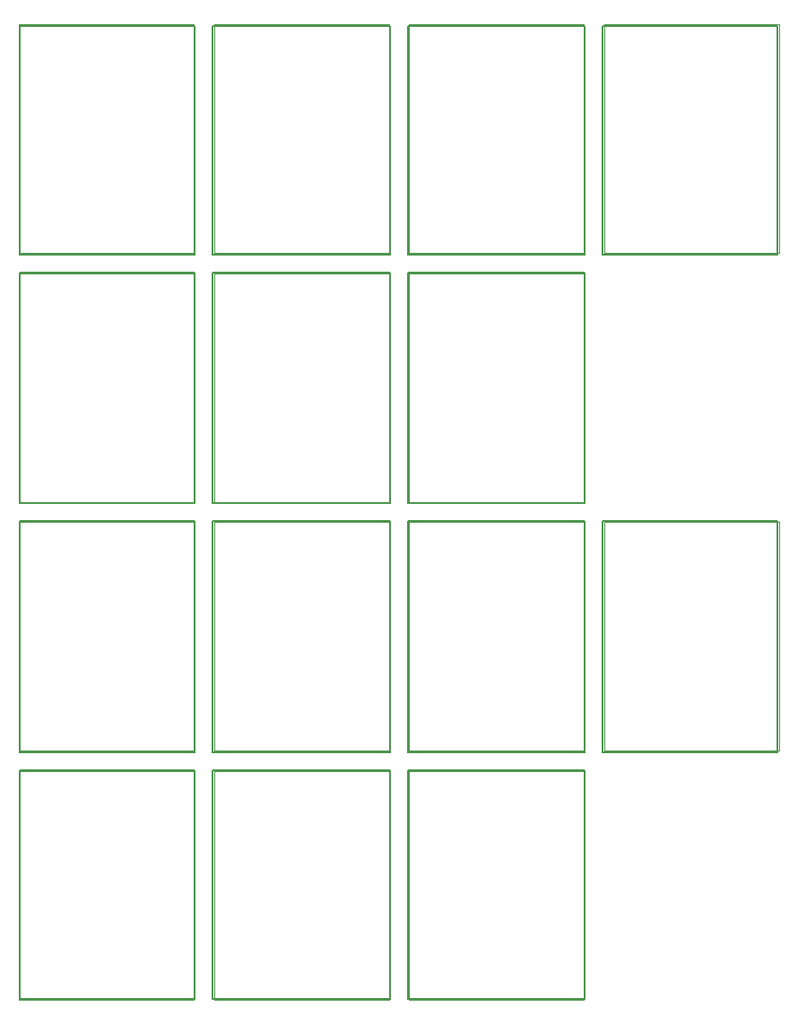
<source format=gbo>
G75*
G70*
%OFA0B0*%
%FSLAX25Y25*%
%IPPOS*%
%LPD*%
%AMOC8*
5,1,8,0,0,1.08239X$1,22.5*
%
%ADD15C,0.00800*%
%ADD17C,0.00000*%
X0010000Y0010000D02*
G75*
%LPD*%
D17*
X0010000Y0010000D02*
X0010000Y0095000D01*
X0075000Y0095000D01*
X0075000Y0010000D01*
X0010000Y0010000D01*
D15*
X0010400Y0010400D02*
X0010400Y0095400D01*
X0010400Y0095400D02*
X0075400Y0095400D01*
X0075400Y0010400D01*
X0010400Y0010400D01*
X0082500Y0010000D02*
G75*
%LPD*%
D17*
X0082500Y0010000D02*
X0082500Y0095000D01*
X0147500Y0095000D01*
X0147500Y0010000D01*
X0082500Y0010000D01*
D15*
X0082100Y0010400D02*
X0082100Y0095400D01*
X0147900Y0095400D01*
X0147900Y0010400D01*
X0082100Y0010400D01*
X0155000Y0010000D02*
G75*
%LPD*%
D17*
X0155000Y0010000D02*
X0155000Y0095000D01*
X0220000Y0095000D01*
X0220000Y0010000D01*
X0155000Y0010000D01*
D15*
X0154600Y0010400D02*
X0154600Y0095400D01*
X0220400Y0095400D01*
X0220400Y0010400D01*
X0154600Y0010400D01*
X0010000Y0102500D02*
G75*
%LPD*%
D17*
X0010000Y0102500D02*
X0010000Y0187500D01*
X0075000Y0187500D01*
X0075000Y0102500D01*
X0010000Y0102500D01*
D15*
X0010400Y0102100D02*
X0010400Y0187900D01*
X0010400Y0187900D02*
X0075400Y0187900D01*
X0075400Y0102100D01*
X0010400Y0102100D01*
X0082500Y0102500D02*
G75*
%LPD*%
D17*
X0082500Y0102500D02*
X0082500Y0187500D01*
X0147500Y0187500D01*
X0147500Y0102500D01*
X0082500Y0102500D01*
D15*
X0082100Y0102100D02*
X0082100Y0187900D01*
X0147900Y0187900D01*
X0147900Y0102100D01*
X0082100Y0102100D01*
X0155000Y0102500D02*
G75*
%LPD*%
D17*
X0155000Y0102500D02*
X0155000Y0187500D01*
X0220000Y0187500D01*
X0220000Y0102500D01*
X0155000Y0102500D01*
D15*
X0154600Y0102100D02*
X0154600Y0187900D01*
X0220400Y0187900D01*
X0220400Y0102100D01*
X0154600Y0102100D01*
X0227500Y0102500D02*
G75*
%LPD*%
D17*
X0227500Y0102500D02*
X0227500Y0187500D01*
X0292500Y0187500D01*
X0292500Y0102500D01*
X0227500Y0102500D01*
D15*
X0227100Y0102100D02*
X0227100Y0187900D01*
X0292100Y0187900D01*
X0292100Y0102100D01*
X0292100Y0102100D02*
X0227100Y0102100D01*
X0010000Y0195000D02*
G75*
%LPD*%
D17*
X0010000Y0195000D02*
X0010000Y0280000D01*
X0075000Y0280000D01*
X0075000Y0195000D01*
X0010000Y0195000D01*
D15*
X0010400Y0194600D02*
X0010400Y0280400D01*
X0010400Y0280400D02*
X0075400Y0280400D01*
X0075400Y0194600D01*
X0010400Y0194600D01*
X0082500Y0195000D02*
G75*
%LPD*%
D17*
X0082500Y0195000D02*
X0082500Y0280000D01*
X0147500Y0280000D01*
X0147500Y0195000D01*
X0082500Y0195000D01*
D15*
X0082100Y0194600D02*
X0082100Y0280400D01*
X0147900Y0280400D01*
X0147900Y0194600D01*
X0082100Y0194600D01*
X0155000Y0195000D02*
G75*
%LPD*%
D17*
X0155000Y0195000D02*
X0155000Y0280000D01*
X0220000Y0280000D01*
X0220000Y0195000D01*
X0155000Y0195000D01*
D15*
X0154600Y0194600D02*
X0154600Y0280400D01*
X0220400Y0280400D01*
X0220400Y0194600D01*
X0154600Y0194600D01*
X0010000Y0287500D02*
G75*
%LPD*%
D17*
X0010000Y0287500D02*
X0010000Y0372500D01*
X0075000Y0372500D01*
X0075000Y0287500D01*
X0010000Y0287500D01*
D15*
X0010400Y0287100D02*
X0010400Y0372100D01*
X0010400Y0372100D02*
X0075400Y0372100D01*
X0075400Y0372100D02*
X0075400Y0287100D01*
X0010400Y0287100D01*
X0082500Y0287500D02*
G75*
%LPD*%
D17*
X0082500Y0287500D02*
X0082500Y0372500D01*
X0147500Y0372500D01*
X0147500Y0287500D01*
X0082500Y0287500D01*
D15*
X0082100Y0287100D02*
X0082100Y0372100D01*
X0147900Y0372100D01*
X0147900Y0372100D02*
X0147900Y0287100D01*
X0082100Y0287100D01*
X0155000Y0287500D02*
G75*
%LPD*%
D17*
X0155000Y0287500D02*
X0155000Y0372500D01*
X0220000Y0372500D01*
X0220000Y0287500D01*
X0155000Y0287500D01*
D15*
X0154600Y0287100D02*
X0154600Y0372100D01*
X0220400Y0372100D01*
X0220400Y0372100D02*
X0220400Y0287100D01*
X0154600Y0287100D01*
X0227500Y0287500D02*
G75*
%LPD*%
D17*
X0227500Y0287500D02*
X0227500Y0372500D01*
X0292500Y0372500D01*
X0292500Y0287500D01*
X0227500Y0287500D01*
D15*
X0227100Y0287100D02*
X0227100Y0372100D01*
X0292100Y0372100D01*
X0292100Y0372100D02*
X0292100Y0287100D01*
X0292100Y0287100D02*
X0227100Y0287100D01*
M02*

</source>
